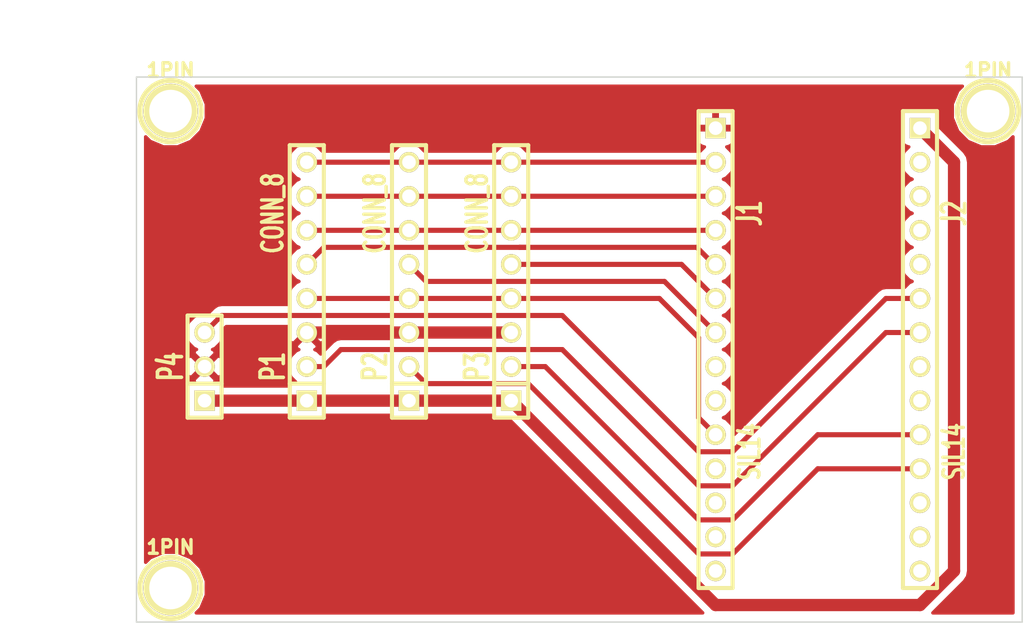
<source format=kicad_pcb>
(kicad_pcb (version 3) (host pcbnew "(2013-07-07 BZR 4022)-stable")

  (general
    (links 27)
    (no_connects 0)
    (area 8.204287 14.930001 84.061301 62.1538)
    (thickness 1.6)
    (drawings 6)
    (tracks 72)
    (zones 0)
    (modules 9)
    (nets 14)
  )

  (page A4)
  (layers
    (15 Rame.Fronte signal)
    (0 Rame.Retro signal)
    (16 Adesivo.Retro user)
    (17 Adesivo.Fronte user)
    (18 Pasta.Retro user)
    (19 Pasta.Fronte user)
    (20 Serigrafia.Retro user)
    (21 Serigrafia.Fronte user)
    (22 Maschera.Retro user)
    (23 Maschera.Fronte user)
    (24 Grafica user)
    (25 Commenti user)
    (26 Eco1 user)
    (27 Eco2 user)
    (28 Contorno.scheda user)
  )

  (setup
    (last_trace_width 0.381)
    (trace_clearance 0.3048)
    (zone_clearance 0.508)
    (zone_45_only no)
    (trace_min 0.254)
    (segment_width 0.2)
    (edge_width 0.1)
    (via_size 0.889)
    (via_drill 0.635)
    (via_min_size 0.889)
    (via_min_drill 0.508)
    (uvia_size 0.508)
    (uvia_drill 0.127)
    (uvias_allowed no)
    (uvia_min_size 0.508)
    (uvia_min_drill 0.127)
    (pcb_text_width 0.3)
    (pcb_text_size 1.5 1.5)
    (mod_edge_width 0.15)
    (mod_text_size 1 1)
    (mod_text_width 0.15)
    (pad_size 1.524 1.524)
    (pad_drill 1.016)
    (pad_to_mask_clearance 0)
    (aux_axis_origin 0 0)
    (visible_elements 7FFFFFFF)
    (pcbplotparams
      (layerselection 268468224)
      (usegerberextensions false)
      (excludeedgelayer true)
      (linewidth 0.150000)
      (plotframeref false)
      (viasonmask false)
      (mode 1)
      (useauxorigin false)
      (hpglpennumber 1)
      (hpglpenspeed 20)
      (hpglpendiameter 15)
      (hpglpenoverlay 2)
      (psnegative false)
      (psa4output false)
      (plotreference false)
      (plotvalue false)
      (plotothertext false)
      (plotinvisibletext false)
      (padsonsilk false)
      (subtractmaskfromsilk false)
      (outputformat 5)
      (mirror false)
      (drillshape 1)
      (scaleselection 1)
      (outputdirectory ""))
  )

  (net 0 "")
  (net 1 +5V)
  (net 2 A)
  (net 3 B)
  (net 4 C)
  (net 5 D)
  (net 6 GND)
  (net 7 INH1)
  (net 8 INH2)
  (net 9 INH3)
  (net 10 OUT1)
  (net 11 OUT2)
  (net 12 OUT3)
  (net 13 OUT4)

  (net_class Default "Questo è il gruppo di collegamenti predefinito"
    (clearance 0.3048)
    (trace_width 0.381)
    (via_dia 0.889)
    (via_drill 0.635)
    (uvia_dia 0.508)
    (uvia_drill 0.127)
    (add_net "")
    (add_net A)
    (add_net B)
    (add_net C)
    (add_net D)
    (add_net INH1)
    (add_net INH2)
    (add_net INH3)
    (add_net OUT1)
    (add_net OUT2)
    (add_net OUT3)
    (add_net OUT4)
  )

  (net_class Power ""
    (clearance 0.3048)
    (trace_width 0.9144)
    (via_dia 0.889)
    (via_drill 0.635)
    (uvia_dia 0.508)
    (uvia_drill 0.127)
    (add_net +5V)
    (add_net GND)
  )

  (module SIL-8 (layer Rame.Fronte) (tedit 542A8E06) (tstamp 54234C8B)
    (at 30.48 35.56 90)
    (descr "Connecteur 8 pins")
    (tags "CONN DEV")
    (path /5421C175)
    (fp_text reference P1 (at -6.35 -2.54 90) (layer Serigrafia.Fronte)
      (effects (font (size 1.72974 1.08712) (thickness 0.3048)))
    )
    (fp_text value CONN_8 (at 5.08 -2.54 90) (layer Serigrafia.Fronte)
      (effects (font (size 1.524 1.016) (thickness 0.3048)))
    )
    (fp_line (start -10.16 -1.27) (end 10.16 -1.27) (layer Serigrafia.Fronte) (width 0.3048))
    (fp_line (start 10.16 -1.27) (end 10.16 1.27) (layer Serigrafia.Fronte) (width 0.3048))
    (fp_line (start 10.16 1.27) (end -10.16 1.27) (layer Serigrafia.Fronte) (width 0.3048))
    (fp_line (start -10.16 1.27) (end -10.16 -1.27) (layer Serigrafia.Fronte) (width 0.3048))
    (fp_line (start -7.62 1.27) (end -7.62 -1.27) (layer Serigrafia.Fronte) (width 0.3048))
    (pad 1 thru_hole rect (at -8.89 0 90) (size 1.524 1.524) (drill 1.016)
      (layers *.Cu *.Mask Serigrafia.Fronte)
      (net 1 +5V)
    )
    (pad 2 thru_hole circle (at -6.35 0 90) (size 1.524 1.524) (drill 1.016)
      (layers *.Cu *.Mask Serigrafia.Fronte)
      (net 10 OUT1)
    )
    (pad 3 thru_hole circle (at -3.81 0 90) (size 1.524 1.524) (drill 1.016)
      (layers *.Cu *.Mask Serigrafia.Fronte)
      (net 6 GND)
    )
    (pad 4 thru_hole circle (at -1.27 0 90) (size 1.524 1.524) (drill 1.016)
      (layers *.Cu *.Mask Serigrafia.Fronte)
      (net 2 A)
    )
    (pad 5 thru_hole circle (at 1.27 0 90) (size 1.524 1.524) (drill 1.016)
      (layers *.Cu *.Mask Serigrafia.Fronte)
      (net 7 INH1)
    )
    (pad 6 thru_hole circle (at 3.81 0 90) (size 1.524 1.524) (drill 1.016)
      (layers *.Cu *.Mask Serigrafia.Fronte)
      (net 3 B)
    )
    (pad 7 thru_hole circle (at 6.35 0 90) (size 1.524 1.524) (drill 1.016)
      (layers *.Cu *.Mask Serigrafia.Fronte)
      (net 4 C)
    )
    (pad 8 thru_hole circle (at 8.89 0 90) (size 1.524 1.524) (drill 1.016)
      (layers *.Cu *.Mask Serigrafia.Fronte)
      (net 5 D)
    )
  )

  (module SIL-8 (layer Rame.Fronte) (tedit 542A8E43) (tstamp 54230304)
    (at 38.1 35.56 90)
    (descr "Connecteur 8 pins")
    (tags "CONN DEV")
    (path /5421C184)
    (fp_text reference P2 (at -6.35 -2.54 90) (layer Serigrafia.Fronte)
      (effects (font (size 1.72974 1.08712) (thickness 0.3048)))
    )
    (fp_text value CONN_8 (at 5.08 -2.54 90) (layer Serigrafia.Fronte)
      (effects (font (size 1.524 1.016) (thickness 0.3048)))
    )
    (fp_line (start -10.16 -1.27) (end 10.16 -1.27) (layer Serigrafia.Fronte) (width 0.3048))
    (fp_line (start 10.16 -1.27) (end 10.16 1.27) (layer Serigrafia.Fronte) (width 0.3048))
    (fp_line (start 10.16 1.27) (end -10.16 1.27) (layer Serigrafia.Fronte) (width 0.3048))
    (fp_line (start -10.16 1.27) (end -10.16 -1.27) (layer Serigrafia.Fronte) (width 0.3048))
    (fp_line (start -7.62 1.27) (end -7.62 -1.27) (layer Serigrafia.Fronte) (width 0.3048))
    (pad 1 thru_hole rect (at -8.89 0 90) (size 1.524 1.524) (drill 1.016)
      (layers *.Cu *.Mask Serigrafia.Fronte)
      (net 1 +5V)
    )
    (pad 2 thru_hole circle (at -6.35 0 90) (size 1.524 1.524) (drill 1.016)
      (layers *.Cu *.Mask Serigrafia.Fronte)
      (net 11 OUT2)
    )
    (pad 3 thru_hole circle (at -3.81 0 90) (size 1.524 1.524) (drill 1.016)
      (layers *.Cu *.Mask Serigrafia.Fronte)
      (net 6 GND)
    )
    (pad 4 thru_hole circle (at -1.27 0 90) (size 1.524 1.524) (drill 1.016)
      (layers *.Cu *.Mask Serigrafia.Fronte)
      (net 2 A)
    )
    (pad 5 thru_hole circle (at 1.27 0 90) (size 1.524 1.524) (drill 1.016)
      (layers *.Cu *.Mask Serigrafia.Fronte)
      (net 8 INH2)
    )
    (pad 6 thru_hole circle (at 3.81 0 90) (size 1.524 1.524) (drill 1.016)
      (layers *.Cu *.Mask Serigrafia.Fronte)
      (net 3 B)
    )
    (pad 7 thru_hole circle (at 6.35 0 90) (size 1.524 1.524) (drill 1.016)
      (layers *.Cu *.Mask Serigrafia.Fronte)
      (net 4 C)
    )
    (pad 8 thru_hole circle (at 8.89 0 90) (size 1.524 1.524) (drill 1.016)
      (layers *.Cu *.Mask Serigrafia.Fronte)
      (net 5 D)
    )
  )

  (module SIL-8 (layer Rame.Fronte) (tedit 542A8E8A) (tstamp 54230315)
    (at 45.72 35.56 90)
    (descr "Connecteur 8 pins")
    (tags "CONN DEV")
    (path /5421C193)
    (fp_text reference P3 (at -6.35 -2.54 90) (layer Serigrafia.Fronte)
      (effects (font (size 1.72974 1.08712) (thickness 0.3048)))
    )
    (fp_text value CONN_8 (at 5.08 -2.54 90) (layer Serigrafia.Fronte)
      (effects (font (size 1.524 1.016) (thickness 0.3048)))
    )
    (fp_line (start -10.16 -1.27) (end 10.16 -1.27) (layer Serigrafia.Fronte) (width 0.3048))
    (fp_line (start 10.16 -1.27) (end 10.16 1.27) (layer Serigrafia.Fronte) (width 0.3048))
    (fp_line (start 10.16 1.27) (end -10.16 1.27) (layer Serigrafia.Fronte) (width 0.3048))
    (fp_line (start -10.16 1.27) (end -10.16 -1.27) (layer Serigrafia.Fronte) (width 0.3048))
    (fp_line (start -7.62 1.27) (end -7.62 -1.27) (layer Serigrafia.Fronte) (width 0.3048))
    (pad 1 thru_hole rect (at -8.89 0 90) (size 1.524 1.524) (drill 1.016)
      (layers *.Cu *.Mask Serigrafia.Fronte)
      (net 1 +5V)
    )
    (pad 2 thru_hole circle (at -6.35 0 90) (size 1.524 1.524) (drill 1.016)
      (layers *.Cu *.Mask Serigrafia.Fronte)
      (net 12 OUT3)
    )
    (pad 3 thru_hole circle (at -3.81 0 90) (size 1.524 1.524) (drill 1.016)
      (layers *.Cu *.Mask Serigrafia.Fronte)
      (net 6 GND)
    )
    (pad 4 thru_hole circle (at -1.27 0 90) (size 1.524 1.524) (drill 1.016)
      (layers *.Cu *.Mask Serigrafia.Fronte)
      (net 2 A)
    )
    (pad 5 thru_hole circle (at 1.27 0 90) (size 1.524 1.524) (drill 1.016)
      (layers *.Cu *.Mask Serigrafia.Fronte)
      (net 9 INH3)
    )
    (pad 6 thru_hole circle (at 3.81 0 90) (size 1.524 1.524) (drill 1.016)
      (layers *.Cu *.Mask Serigrafia.Fronte)
      (net 3 B)
    )
    (pad 7 thru_hole circle (at 6.35 0 90) (size 1.524 1.524) (drill 1.016)
      (layers *.Cu *.Mask Serigrafia.Fronte)
      (net 4 C)
    )
    (pad 8 thru_hole circle (at 8.89 0 90) (size 1.524 1.524) (drill 1.016)
      (layers *.Cu *.Mask Serigrafia.Fronte)
      (net 5 D)
    )
  )

  (module SIL-3 (layer Rame.Fronte) (tedit 542A8DA9) (tstamp 54233A4D)
    (at 22.86 41.91 90)
    (descr "Connecteur 3 pins")
    (tags "CONN DEV")
    (path /5410D255)
    (fp_text reference P4 (at 0 -2.54 90) (layer Serigrafia.Fronte)
      (effects (font (size 1.7907 1.07696) (thickness 0.3048)))
    )
    (fp_text value CONN_3 (at 0 -2.54 90) (layer Serigrafia.Fronte) hide
      (effects (font (size 1.524 1.016) (thickness 0.3048)))
    )
    (fp_line (start -3.81 1.27) (end -3.81 -1.27) (layer Serigrafia.Fronte) (width 0.3048))
    (fp_line (start -3.81 -1.27) (end 3.81 -1.27) (layer Serigrafia.Fronte) (width 0.3048))
    (fp_line (start 3.81 -1.27) (end 3.81 1.27) (layer Serigrafia.Fronte) (width 0.3048))
    (fp_line (start 3.81 1.27) (end -3.81 1.27) (layer Serigrafia.Fronte) (width 0.3048))
    (fp_line (start -1.27 -1.27) (end -1.27 1.27) (layer Serigrafia.Fronte) (width 0.3048))
    (pad 1 thru_hole rect (at -2.54 0 90) (size 1.524 1.524) (drill 1.016)
      (layers *.Cu *.Mask Serigrafia.Fronte)
      (net 1 +5V)
    )
    (pad 2 thru_hole circle (at 0 0 90) (size 1.524 1.524) (drill 1.016)
      (layers *.Cu *.Mask Serigrafia.Fronte)
      (net 6 GND)
    )
    (pad 3 thru_hole circle (at 2.54 0 90) (size 1.524 1.524) (drill 1.016)
      (layers *.Cu *.Mask Serigrafia.Fronte)
      (net 13 OUT4)
    )
  )

  (module SIL-14 (layer Rame.Fronte) (tedit 542A93B8) (tstamp 542A96B3)
    (at 60.96 40.64 270)
    (descr "Connecteur 14 pins")
    (tags "CONN DEV")
    (path /5410DDFF)
    (fp_text reference J1 (at -10.16 -2.54 270) (layer Serigrafia.Fronte)
      (effects (font (size 1.72974 1.08712) (thickness 0.3048)))
    )
    (fp_text value SIL14 (at 7.62 -2.54 270) (layer Serigrafia.Fronte)
      (effects (font (size 1.524 1.016) (thickness 0.3048)))
    )
    (fp_line (start -17.78 -1.27) (end 17.78 -1.27) (layer Serigrafia.Fronte) (width 0.3048))
    (fp_line (start 17.78 -1.27) (end 17.78 1.27) (layer Serigrafia.Fronte) (width 0.3048))
    (fp_line (start 17.78 1.27) (end -17.78 1.27) (layer Serigrafia.Fronte) (width 0.3048))
    (fp_line (start -17.78 1.27) (end -17.78 -1.27) (layer Serigrafia.Fronte) (width 0.3048))
    (pad 1 thru_hole rect (at -16.51 0 270) (size 1.524 1.524) (drill 1.016)
      (layers *.Cu *.Mask Serigrafia.Fronte)
      (net 6 GND)
    )
    (pad 2 thru_hole circle (at -13.97 0 270) (size 1.524 1.524) (drill 1.016)
      (layers *.Cu *.Mask Serigrafia.Fronte)
      (net 5 D)
    )
    (pad 3 thru_hole circle (at -11.43 0 270) (size 1.524 1.524) (drill 1.016)
      (layers *.Cu *.Mask Serigrafia.Fronte)
      (net 4 C)
    )
    (pad 4 thru_hole circle (at -8.89 0 270) (size 1.524 1.524) (drill 1.016)
      (layers *.Cu *.Mask Serigrafia.Fronte)
      (net 3 B)
    )
    (pad 5 thru_hole circle (at -6.35 0 270) (size 1.524 1.524) (drill 1.016)
      (layers *.Cu *.Mask Serigrafia.Fronte)
      (net 7 INH1)
    )
    (pad 6 thru_hole circle (at -3.81 0 270) (size 1.524 1.524) (drill 1.016)
      (layers *.Cu *.Mask Serigrafia.Fronte)
      (net 9 INH3)
    )
    (pad 7 thru_hole circle (at -1.27 0 270) (size 1.524 1.524) (drill 1.016)
      (layers *.Cu *.Mask Serigrafia.Fronte)
      (net 8 INH2)
    )
    (pad 8 thru_hole circle (at 1.27 0 270) (size 1.524 1.524) (drill 1.016)
      (layers *.Cu *.Mask Serigrafia.Fronte)
    )
    (pad 9 thru_hole circle (at 3.81 0 270) (size 1.524 1.524) (drill 1.016)
      (layers *.Cu *.Mask Serigrafia.Fronte)
    )
    (pad 10 thru_hole circle (at 6.35 0 270) (size 1.524 1.524) (drill 1.016)
      (layers *.Cu *.Mask Serigrafia.Fronte)
      (net 2 A)
    )
    (pad 11 thru_hole circle (at 8.89 0 270) (size 1.524 1.524) (drill 1.016)
      (layers *.Cu *.Mask Serigrafia.Fronte)
    )
    (pad 12 thru_hole circle (at 11.43 0 270) (size 1.524 1.524) (drill 1.016)
      (layers *.Cu *.Mask Serigrafia.Fronte)
    )
    (pad 13 thru_hole circle (at 13.97 0 270) (size 1.524 1.524) (drill 1.016)
      (layers *.Cu *.Mask Serigrafia.Fronte)
    )
    (pad 14 thru_hole circle (at 16.51 0 270) (size 1.524 1.524) (drill 1.016)
      (layers *.Cu *.Mask Serigrafia.Fronte)
    )
  )

  (module SIL-14 (layer Rame.Fronte) (tedit 542A93BD) (tstamp 542A96CA)
    (at 76.2 40.64 270)
    (descr "Connecteur 14 pins")
    (tags "CONN DEV")
    (path /5410DE0E)
    (fp_text reference J2 (at -10.16 -2.54 270) (layer Serigrafia.Fronte)
      (effects (font (size 1.72974 1.08712) (thickness 0.3048)))
    )
    (fp_text value SIL14 (at 7.62 -2.54 270) (layer Serigrafia.Fronte)
      (effects (font (size 1.524 1.016) (thickness 0.3048)))
    )
    (fp_line (start -17.78 -1.27) (end 17.78 -1.27) (layer Serigrafia.Fronte) (width 0.3048))
    (fp_line (start 17.78 -1.27) (end 17.78 1.27) (layer Serigrafia.Fronte) (width 0.3048))
    (fp_line (start 17.78 1.27) (end -17.78 1.27) (layer Serigrafia.Fronte) (width 0.3048))
    (fp_line (start -17.78 1.27) (end -17.78 -1.27) (layer Serigrafia.Fronte) (width 0.3048))
    (pad 1 thru_hole rect (at -16.51 0 270) (size 1.524 1.524) (drill 1.016)
      (layers *.Cu *.Mask Serigrafia.Fronte)
      (net 1 +5V)
    )
    (pad 2 thru_hole circle (at -13.97 0 270) (size 1.524 1.524) (drill 1.016)
      (layers *.Cu *.Mask Serigrafia.Fronte)
    )
    (pad 3 thru_hole circle (at -11.43 0 270) (size 1.524 1.524) (drill 1.016)
      (layers *.Cu *.Mask Serigrafia.Fronte)
    )
    (pad 4 thru_hole circle (at -8.89 0 270) (size 1.524 1.524) (drill 1.016)
      (layers *.Cu *.Mask Serigrafia.Fronte)
    )
    (pad 5 thru_hole circle (at -6.35 0 270) (size 1.524 1.524) (drill 1.016)
      (layers *.Cu *.Mask Serigrafia.Fronte)
    )
    (pad 6 thru_hole circle (at -3.81 0 270) (size 1.524 1.524) (drill 1.016)
      (layers *.Cu *.Mask Serigrafia.Fronte)
      (net 13 OUT4)
    )
    (pad 7 thru_hole circle (at -1.27 0 270) (size 1.524 1.524) (drill 1.016)
      (layers *.Cu *.Mask Serigrafia.Fronte)
      (net 10 OUT1)
    )
    (pad 8 thru_hole circle (at 1.27 0 270) (size 1.524 1.524) (drill 1.016)
      (layers *.Cu *.Mask Serigrafia.Fronte)
    )
    (pad 9 thru_hole circle (at 3.81 0 270) (size 1.524 1.524) (drill 1.016)
      (layers *.Cu *.Mask Serigrafia.Fronte)
    )
    (pad 10 thru_hole circle (at 6.35 0 270) (size 1.524 1.524) (drill 1.016)
      (layers *.Cu *.Mask Serigrafia.Fronte)
      (net 12 OUT3)
    )
    (pad 11 thru_hole circle (at 8.89 0 270) (size 1.524 1.524) (drill 1.016)
      (layers *.Cu *.Mask Serigrafia.Fronte)
      (net 11 OUT2)
    )
    (pad 12 thru_hole circle (at 11.43 0 270) (size 1.524 1.524) (drill 1.016)
      (layers *.Cu *.Mask Serigrafia.Fronte)
    )
    (pad 13 thru_hole circle (at 13.97 0 270) (size 1.524 1.524) (drill 1.016)
      (layers *.Cu *.Mask Serigrafia.Fronte)
    )
    (pad 14 thru_hole circle (at 16.51 0 270) (size 1.524 1.524) (drill 1.016)
      (layers *.Cu *.Mask Serigrafia.Fronte)
    )
  )

  (module 1pin (layer Rame.Fronte) (tedit 542A8A51) (tstamp 54235366)
    (at 20.32 22.86)
    (descr "module 1 pin (ou trou mecanique de percage)")
    (tags DEV)
    (path 1pin)
    (fp_text reference 1PIN (at 0 -3.048) (layer Serigrafia.Fronte)
      (effects (font (size 1.016 1.016) (thickness 0.254)))
    )
    (fp_text value P*** (at 0 2.794) (layer Serigrafia.Fronte) hide
      (effects (font (size 1.016 1.016) (thickness 0.254)))
    )
    (fp_circle (center 0 0) (end 0 -2.286) (layer Serigrafia.Fronte) (width 0.381))
    (pad 1 thru_hole circle (at 0 0) (size 4.064 4.064) (drill 3.175)
      (layers *.Cu *.Mask Serigrafia.Fronte)
    )
  )

  (module 1pin (layer Rame.Fronte) (tedit 542353C1) (tstamp 54235371)
    (at 20.32 58.42)
    (descr "module 1 pin (ou trou mecanique de percage)")
    (tags DEV)
    (path 1pin)
    (fp_text reference 1PIN (at 0 -3.048) (layer Serigrafia.Fronte)
      (effects (font (size 1.016 1.016) (thickness 0.254)))
    )
    (fp_text value P*** (at 0 2.794) (layer Serigrafia.Fronte) hide
      (effects (font (size 1.016 1.016) (thickness 0.254)))
    )
    (fp_circle (center 0 0) (end 0 -2.286) (layer Serigrafia.Fronte) (width 0.381))
    (pad 1 thru_hole circle (at 0 0) (size 4.064 4.064) (drill 3.175)
      (layers *.Cu *.Mask Serigrafia.Fronte)
    )
  )

  (module 1pin (layer Rame.Fronte) (tedit 542353C6) (tstamp 5423537C)
    (at 81.28 22.86)
    (descr "module 1 pin (ou trou mecanique de percage)")
    (tags DEV)
    (path 1pin)
    (fp_text reference 1PIN (at 0 -3.048) (layer Serigrafia.Fronte)
      (effects (font (size 1.016 1.016) (thickness 0.254)))
    )
    (fp_text value P*** (at 0 2.794) (layer Serigrafia.Fronte) hide
      (effects (font (size 1.016 1.016) (thickness 0.254)))
    )
    (fp_circle (center 0 0) (end 0 -2.286) (layer Serigrafia.Fronte) (width 0.381))
    (pad 1 thru_hole circle (at 0 0) (size 4.064 4.064) (drill 3.175)
      (layers *.Cu *.Mask Serigrafia.Fronte)
    )
  )

  (dimension 40.64 (width 0.3) (layer Grafica)
    (gr_text "1,6000 in" (at 13.89 40.64 90) (layer Grafica)
      (effects (font (size 1.5 1.5) (thickness 0.3)))
    )
    (feature1 (pts (xy 17.78 20.32) (xy 12.54 20.32)))
    (feature2 (pts (xy 17.78 60.96) (xy 12.54 60.96)))
    (crossbar (pts (xy 15.24 60.96) (xy 15.24 20.32)))
    (arrow1a (pts (xy 15.24 20.32) (xy 15.82642 21.446503)))
    (arrow1b (pts (xy 15.24 20.32) (xy 14.65358 21.446503)))
    (arrow2a (pts (xy 15.24 60.96) (xy 15.82642 59.833497)))
    (arrow2b (pts (xy 15.24 60.96) (xy 14.65358 59.833497)))
  )
  (dimension 66.04 (width 0.3) (layer Grafica)
    (gr_text "2,6000 in" (at 50.8 16.430001) (layer Grafica)
      (effects (font (size 1.5 1.5) (thickness 0.3)))
    )
    (feature1 (pts (xy 83.82 20.32) (xy 83.82 15.080001)))
    (feature2 (pts (xy 17.78 20.32) (xy 17.78 15.080001)))
    (crossbar (pts (xy 17.78 17.780001) (xy 83.82 17.780001)))
    (arrow1a (pts (xy 83.82 17.780001) (xy 82.693497 18.366421)))
    (arrow1b (pts (xy 83.82 17.780001) (xy 82.693497 17.193581)))
    (arrow2a (pts (xy 17.78 17.780001) (xy 18.906503 18.366421)))
    (arrow2b (pts (xy 17.78 17.780001) (xy 18.906503 17.193581)))
  )
  (gr_line (start 17.78 60.96) (end 17.78 20.32) (angle 90) (layer Contorno.scheda) (width 0.1))
  (gr_line (start 83.82 60.96) (end 17.78 60.96) (angle 90) (layer Contorno.scheda) (width 0.1))
  (gr_line (start 83.82 20.32) (end 83.82 60.96) (angle 90) (layer Contorno.scheda) (width 0.1))
  (gr_line (start 17.78 20.32) (end 83.82 20.32) (angle 90) (layer Contorno.scheda) (width 0.1))

  (segment (start 78.74 57.15) (end 78.74 26.67) (width 0.9144) (layer Rame.Fronte) (net 1) (tstamp 542352D9))
  (segment (start 76.2 59.69) (end 78.74 57.15) (width 0.9144) (layer Rame.Fronte) (net 1) (tstamp 542352D3))
  (segment (start 78.74 26.67) (end 76.2 24.13) (width 0.9144) (layer Rame.Fronte) (net 1) (tstamp 542352DC))
  (segment (start 45.72 44.45) (end 60.96 59.69) (width 0.9144) (layer Rame.Fronte) (net 1))
  (segment (start 60.96 59.69) (end 76.2 59.69) (width 0.9144) (layer Rame.Fronte) (net 1) (tstamp 542352CD))
  (segment (start 22.86 44.45) (end 30.48 44.45) (width 0.9144) (layer Rame.Fronte) (net 1) (status 10))
  (segment (start 38.1 44.45) (end 45.72 44.45) (width 0.9144) (layer Rame.Fronte) (net 1))
  (segment (start 30.48 44.45) (end 38.1 44.45) (width 0.9144) (layer Rame.Fronte) (net 1))
  (segment (start 45.72 36.83) (end 56.769 36.83) (width 0.381) (layer Rame.Fronte) (net 2))
  (segment (start 59.69 45.72) (end 59.69 39.751) (width 0.381) (layer Rame.Fronte) (net 2) (tstamp 54234530))
  (segment (start 59.69 39.751) (end 56.769 36.83) (width 0.381) (layer Rame.Fronte) (net 2) (tstamp 54234536))
  (segment (start 59.69 45.72) (end 60.96 46.99) (width 0.381) (layer Rame.Fronte) (net 2))
  (segment (start 38.1 36.83) (end 30.48 36.83) (width 0.381) (layer Rame.Fronte) (net 2) (status 20))
  (segment (start 45.72 36.83) (end 38.1 36.83) (width 0.381) (layer Rame.Fronte) (net 2) (status 20))
  (segment (start 45.72 31.75) (end 60.96 31.75) (width 0.381) (layer Rame.Fronte) (net 3))
  (segment (start 38.1 31.75) (end 30.48 31.75) (width 0.381) (layer Rame.Fronte) (net 3) (status 20))
  (segment (start 45.72 31.75) (end 38.1 31.75) (width 0.381) (layer Rame.Fronte) (net 3) (status 20))
  (segment (start 45.72 29.21) (end 60.96 29.21) (width 0.381) (layer Rame.Fronte) (net 4))
  (segment (start 38.1 29.21) (end 30.48 29.21) (width 0.381) (layer Rame.Fronte) (net 4) (status 20))
  (segment (start 45.72 29.21) (end 38.1 29.21) (width 0.381) (layer Rame.Fronte) (net 4) (status 20))
  (segment (start 45.72 26.67) (end 60.96 26.67) (width 0.381) (layer Rame.Fronte) (net 5))
  (segment (start 38.1 26.67) (end 30.48 26.67) (width 0.381) (layer Rame.Fronte) (net 5) (status 20))
  (segment (start 45.72 26.67) (end 38.1 26.67) (width 0.381) (layer Rame.Fronte) (net 5) (status 20))
  (segment (start 38.1 39.37) (end 30.48 39.37) (width 0.9144) (layer Rame.Fronte) (net 6))
  (segment (start 45.72 39.37) (end 38.1 39.37) (width 0.9144) (layer Rame.Fronte) (net 6))
  (segment (start 46.99 33.02) (end 59.563 33.02) (width 0.381) (layer Rame.Fronte) (net 7))
  (segment (start 60.833 34.29) (end 59.563 33.02) (width 0.381) (layer Rame.Fronte) (net 7) (tstamp 542344DC))
  (segment (start 60.833 34.29) (end 60.96 34.29) (width 0.381) (layer Rame.Fronte) (net 7))
  (segment (start 46.99 33.02) (end 46.355 33.02) (width 0.381) (layer Rame.Fronte) (net 7) (tstamp 542344E2))
  (segment (start 46.99 33.02) (end 46.355 33.02) (width 0.381) (layer Rame.Fronte) (net 7) (tstamp 54234487))
  (segment (start 31.75 33.02) (end 30.48 34.29) (width 0.381) (layer Rame.Fronte) (net 7) (tstamp 5423448D) (status 20))
  (segment (start 46.355 33.02) (end 31.75 33.02) (width 0.381) (layer Rame.Fronte) (net 7) (tstamp 542344E5))
  (segment (start 57.15 35.56) (end 39.37 35.56) (width 0.381) (layer Rame.Fronte) (net 8))
  (segment (start 59.69 38.1) (end 57.15 35.56) (width 0.381) (layer Rame.Fronte) (net 8) (tstamp 542344F9))
  (segment (start 38.1 34.29) (end 39.37 35.56) (width 0.381) (layer Rame.Fronte) (net 8) (tstamp 54234516) (status 20))
  (segment (start 59.69 38.1) (end 60.96 39.37) (width 0.381) (layer Rame.Fronte) (net 8))
  (segment (start 45.72 34.29) (end 58.42 34.29) (width 0.381) (layer Rame.Fronte) (net 9))
  (segment (start 59.69 35.56) (end 58.42 34.29) (width 0.381) (layer Rame.Fronte) (net 9) (tstamp 542344E8))
  (segment (start 59.69 35.56) (end 60.96 36.83) (width 0.381) (layer Rame.Fronte) (net 9))
  (segment (start 50.8 41.91) (end 49.53 40.64) (width 0.381) (layer Rame.Fronte) (net 10))
  (segment (start 59.69 50.8) (end 50.8 41.91) (width 0.381) (layer Rame.Fronte) (net 10) (tstamp 54234777))
  (segment (start 31.75 41.91) (end 30.48 41.91) (width 0.381) (layer Rame.Fronte) (net 10) (tstamp 542351C2))
  (segment (start 33.02 40.64) (end 31.75 41.91) (width 0.381) (layer Rame.Fronte) (net 10) (tstamp 542351C0))
  (segment (start 49.53 40.64) (end 33.02 40.64) (width 0.381) (layer Rame.Fronte) (net 10) (tstamp 542351BF))
  (segment (start 76.2 39.37) (end 73.66 39.37) (width 0.381) (layer Rame.Fronte) (net 10))
  (segment (start 66.04 46.99) (end 62.23 50.8) (width 0.381) (layer Rame.Fronte) (net 10) (tstamp 5423463D))
  (segment (start 62.23 50.8) (end 59.69 50.8) (width 0.381) (layer Rame.Fronte) (net 10) (tstamp 54234641))
  (segment (start 73.66 39.37) (end 66.04 46.99) (width 0.381) (layer Rame.Fronte) (net 10) (tstamp 54234DA9))
  (segment (start 59.69 50.8) (end 59.69 50.8) (width 0.381) (layer Rame.Fronte) (net 10))
  (segment (start 54.61 50.8) (end 46.99 43.18) (width 0.381) (layer Rame.Fronte) (net 11))
  (segment (start 68.58 49.53) (end 62.23 55.88) (width 0.381) (layer Rame.Fronte) (net 11) (tstamp 54234DDF))
  (segment (start 62.23 55.88) (end 59.69 55.88) (width 0.381) (layer Rame.Fronte) (net 11) (tstamp 54234DE5))
  (segment (start 59.69 55.88) (end 54.61 50.8) (width 0.381) (layer Rame.Fronte) (net 11) (tstamp 54234DE7))
  (segment (start 76.2 49.53) (end 68.58 49.53) (width 0.381) (layer Rame.Fronte) (net 11))
  (segment (start 39.37 43.18) (end 38.1 41.91) (width 0.381) (layer Rame.Fronte) (net 11) (tstamp 542351CB))
  (segment (start 46.99 43.18) (end 39.37 43.18) (width 0.381) (layer Rame.Fronte) (net 11) (tstamp 542351C9))
  (segment (start 49.53 43.18) (end 48.26 41.91) (width 0.381) (layer Rame.Fronte) (net 12))
  (segment (start 59.69 53.34) (end 49.53 43.18) (width 0.381) (layer Rame.Fronte) (net 12) (tstamp 54234CF0))
  (segment (start 48.26 41.91) (end 45.72 41.91) (width 0.381) (layer Rame.Fronte) (net 12) (tstamp 542351C5))
  (segment (start 76.2 46.99) (end 68.58 46.99) (width 0.381) (layer Rame.Fronte) (net 12))
  (segment (start 66.04 49.53) (end 62.23 53.34) (width 0.381) (layer Rame.Fronte) (net 12) (tstamp 5423464F))
  (segment (start 62.23 53.34) (end 59.69 53.34) (width 0.381) (layer Rame.Fronte) (net 12) (tstamp 54234653))
  (segment (start 68.58 46.99) (end 66.04 49.53) (width 0.381) (layer Rame.Fronte) (net 12) (tstamp 54234DAD))
  (segment (start 59.69 53.34) (end 59.69 53.34) (width 0.381) (layer Rame.Fronte) (net 12))
  (segment (start 59.69 48.26) (end 49.53 38.1) (width 0.381) (layer Rame.Fronte) (net 13))
  (segment (start 24.13 38.1) (end 22.86 39.37) (width 0.381) (layer Rame.Fronte) (net 13) (tstamp 54235279) (status 20))
  (segment (start 49.53 38.1) (end 24.13 38.1) (width 0.381) (layer Rame.Fronte) (net 13) (tstamp 54235276))
  (segment (start 76.2 36.83) (end 73.66 36.83) (width 0.381) (layer Rame.Fronte) (net 13))
  (segment (start 71.12 39.37) (end 62.23 48.26) (width 0.381) (layer Rame.Fronte) (net 13) (tstamp 5423459C))
  (segment (start 62.23 48.26) (end 59.69 48.26) (width 0.381) (layer Rame.Fronte) (net 13) (tstamp 542345A2))
  (segment (start 73.66 36.83) (end 71.12 39.37) (width 0.381) (layer Rame.Fronte) (net 13) (tstamp 54234DA5))
  (segment (start 59.69 48.26) (end 59.69 48.26) (width 0.381) (layer Rame.Fronte) (net 13))

  (zone (net 6) (net_name GND) (layer Rame.Fronte) (tstamp 54234EFF) (hatch edge 0.508)
    (connect_pads (clearance 0.508))
    (min_thickness 0.254)
    (fill (arc_segments 16) (thermal_gap 0.508) (thermal_bridge_width 0.508))
    (polygon
      (pts
        (xy 27.94 20.32) (xy 83.82 20.32) (xy 83.82 60.96) (xy 17.78 60.96) (xy 17.78 20.32)
        (xy 27.94 20.32)
      )
    )
    (filled_polygon
      (pts
        (xy 38.293747 39.384142) (xy 38.114142 39.563747) (xy 38.1 39.549605) (xy 38.085857 39.563747) (xy 37.906252 39.384142)
        (xy 37.920395 39.37) (xy 37.906252 39.355857) (xy 38.085857 39.176252) (xy 38.1 39.190395) (xy 38.114142 39.176252)
        (xy 38.293747 39.355857) (xy 38.279605 39.37) (xy 38.293747 39.384142)
      )
    )
    (filled_polygon
      (pts
        (xy 45.913747 39.384142) (xy 45.734142 39.563747) (xy 45.72 39.549605) (xy 45.705857 39.563747) (xy 45.526252 39.384142)
        (xy 45.540395 39.37) (xy 45.526252 39.355857) (xy 45.705857 39.176252) (xy 45.72 39.190395) (xy 45.734142 39.176252)
        (xy 45.913747 39.355857) (xy 45.899605 39.37) (xy 45.913747 39.384142)
      )
    )
    (filled_polygon
      (pts
        (xy 83.135 60.275) (xy 77.159604 60.275) (xy 79.512302 57.922302) (xy 79.749061 57.567967) (xy 79.8322 57.15)
        (xy 79.8322 26.67) (xy 79.749061 26.252033) (xy 79.512302 25.897698) (xy 77.59711 23.982506) (xy 77.59711 23.242245)
        (xy 77.500641 23.008771) (xy 77.322168 22.829987) (xy 77.088864 22.733111) (xy 76.836245 22.73289) (xy 75.312245 22.73289)
        (xy 75.078771 22.829359) (xy 74.899987 23.007832) (xy 74.803111 23.241136) (xy 74.80289 23.493755) (xy 74.80289 25.017755)
        (xy 74.899359 25.251229) (xy 75.077832 25.430013) (xy 75.311136 25.526889) (xy 75.367676 25.526938) (xy 75.016372 25.87763)
        (xy 74.803244 26.390901) (xy 74.802759 26.946661) (xy 75.014991 27.460303) (xy 75.40763 27.853628) (xy 75.615514 27.939949)
        (xy 75.409697 28.024991) (xy 75.016372 28.41763) (xy 74.803244 28.930901) (xy 74.802759 29.486661) (xy 75.014991 30.000303)
        (xy 75.40763 30.393628) (xy 75.615514 30.479949) (xy 75.409697 30.564991) (xy 75.016372 30.95763) (xy 74.803244 31.470901)
        (xy 74.802759 32.026661) (xy 75.014991 32.540303) (xy 75.40763 32.933628) (xy 75.615514 33.019949) (xy 75.409697 33.104991)
        (xy 75.016372 33.49763) (xy 74.803244 34.010901) (xy 74.802759 34.566661) (xy 75.014991 35.080303) (xy 75.40763 35.473628)
        (xy 75.615514 35.559949) (xy 75.409697 35.644991) (xy 75.049559 36.0045) (xy 73.66 36.0045) (xy 73.344095 36.067337)
        (xy 73.076283 36.246283) (xy 73.07628 36.246286) (xy 70.536283 38.786283) (xy 70.53628 38.786286) (xy 62.35702 46.965545)
        (xy 62.357241 46.713339) (xy 62.145009 46.199697) (xy 61.75237 45.806372) (xy 61.544485 45.72005) (xy 61.750303 45.635009)
        (xy 62.143628 45.24237) (xy 62.356756 44.729099) (xy 62.357241 44.173339) (xy 62.145009 43.659697) (xy 61.75237 43.266372)
        (xy 61.544485 43.18005) (xy 61.750303 43.095009) (xy 62.143628 42.70237) (xy 62.356756 42.189099) (xy 62.357241 41.633339)
        (xy 62.145009 41.119697) (xy 61.75237 40.726372) (xy 61.544485 40.64005) (xy 61.750303 40.555009) (xy 62.143628 40.16237)
        (xy 62.356756 39.649099) (xy 62.357241 39.093339) (xy 62.145009 38.579697) (xy 61.75237 38.186372) (xy 61.544485 38.10005)
        (xy 61.750303 38.015009) (xy 62.143628 37.62237) (xy 62.356756 37.109099) (xy 62.357241 36.553339) (xy 62.145009 36.039697)
        (xy 61.75237 35.646372) (xy 61.544485 35.56005) (xy 61.750303 35.475009) (xy 62.143628 35.08237) (xy 62.356756 34.569099)
        (xy 62.357241 34.013339) (xy 62.145009 33.499697) (xy 61.75237 33.106372) (xy 61.544485 33.02005) (xy 61.750303 32.935009)
        (xy 62.143628 32.54237) (xy 62.356756 32.029099) (xy 62.357241 31.473339) (xy 62.145009 30.959697) (xy 61.75237 30.566372)
        (xy 61.544485 30.48005) (xy 61.750303 30.395009) (xy 62.143628 30.00237) (xy 62.356756 29.489099) (xy 62.357241 28.933339)
        (xy 62.145009 28.419697) (xy 61.75237 28.026372) (xy 61.544485 27.94005) (xy 61.750303 27.855009) (xy 62.143628 27.46237)
        (xy 62.356756 26.949099) (xy 62.357241 26.393339) (xy 62.145009 25.879697) (xy 61.792865 25.526937) (xy 61.848864 25.526889)
        (xy 62.082168 25.430013) (xy 62.260641 25.251229) (xy 62.35711 25.017755) (xy 62.35711 23.242245) (xy 62.260641 23.008771)
        (xy 62.082168 22.829987) (xy 61.848864 22.733111) (xy 61.596245 22.73289) (xy 61.24575 22.733) (xy 61.087 22.89175)
        (xy 61.087 24.003) (xy 62.19825 24.003) (xy 62.357 23.84425) (xy 62.35711 23.242245) (xy 62.35711 25.017755)
        (xy 62.357 24.41575) (xy 62.19825 24.257) (xy 61.087 24.257) (xy 61.087 24.277) (xy 60.833 24.277)
        (xy 60.833 24.257) (xy 60.833 24.003) (xy 60.833 22.89175) (xy 60.67425 22.733) (xy 60.323755 22.73289)
        (xy 60.071136 22.733111) (xy 59.837832 22.829987) (xy 59.659359 23.008771) (xy 59.56289 23.242245) (xy 59.563 23.84425)
        (xy 59.72175 24.003) (xy 60.833 24.003) (xy 60.833 24.257) (xy 59.72175 24.257) (xy 59.563 24.41575)
        (xy 59.56289 25.017755) (xy 59.659359 25.251229) (xy 59.837832 25.430013) (xy 60.071136 25.526889) (xy 60.127676 25.526938)
        (xy 59.809559 25.8445) (xy 46.869873 25.8445) (xy 46.51237 25.486372) (xy 45.999099 25.273244) (xy 45.443339 25.272759)
        (xy 44.929697 25.484991) (xy 44.569559 25.8445) (xy 39.249873 25.8445) (xy 38.89237 25.486372) (xy 38.379099 25.273244)
        (xy 37.823339 25.272759) (xy 37.309697 25.484991) (xy 36.949559 25.8445) (xy 31.629873 25.8445) (xy 31.27237 25.486372)
        (xy 30.759099 25.273244) (xy 30.203339 25.272759) (xy 29.689697 25.484991) (xy 29.296372 25.87763) (xy 29.083244 26.390901)
        (xy 29.082759 26.946661) (xy 29.294991 27.460303) (xy 29.68763 27.853628) (xy 29.895514 27.939949) (xy 29.689697 28.024991)
        (xy 29.296372 28.41763) (xy 29.083244 28.930901) (xy 29.082759 29.486661) (xy 29.294991 30.000303) (xy 29.68763 30.393628)
        (xy 29.895514 30.479949) (xy 29.689697 30.564991) (xy 29.296372 30.95763) (xy 29.083244 31.470901) (xy 29.082759 32.026661)
        (xy 29.294991 32.540303) (xy 29.68763 32.933628) (xy 29.895514 33.019949) (xy 29.689697 33.104991) (xy 29.296372 33.49763)
        (xy 29.083244 34.010901) (xy 29.082759 34.566661) (xy 29.294991 35.080303) (xy 29.68763 35.473628) (xy 29.895514 35.559949)
        (xy 29.689697 35.644991) (xy 29.296372 36.03763) (xy 29.083244 36.550901) (xy 29.082759 37.106661) (xy 29.152108 37.2745)
        (xy 24.13 37.2745) (xy 23.814094 37.337337) (xy 23.706824 37.409013) (xy 23.546283 37.516283) (xy 23.54628 37.516286)
        (xy 23.089366 37.9732) (xy 22.583339 37.972759) (xy 22.069697 38.184991) (xy 21.676372 38.57763) (xy 21.463244 39.090901)
        (xy 21.462759 39.646661) (xy 21.674991 40.160303) (xy 22.06763 40.553628) (xy 22.25973 40.633394) (xy 22.128858 40.687604)
        (xy 22.059393 40.929788) (xy 22.86 41.730395) (xy 23.660607 40.929788) (xy 23.591142 40.687604) (xy 23.450678 40.637491)
        (xy 23.650303 40.555009) (xy 24.043628 40.16237) (xy 24.256756 39.649099) (xy 24.2572 39.140233) (xy 24.471933 38.9255)
        (xy 29.15534 38.9255) (xy 29.070857 39.162304) (xy 29.09864 39.717369) (xy 29.257604 40.101142) (xy 29.499788 40.170607)
        (xy 30.300395 39.37) (xy 30.286252 39.355857) (xy 30.465857 39.176252) (xy 30.48 39.190395) (xy 30.494142 39.176252)
        (xy 30.673747 39.355857) (xy 30.659605 39.37) (xy 31.460212 40.170607) (xy 31.702396 40.101142) (xy 31.889143 39.577696)
        (xy 31.86136 39.022631) (xy 31.821127 38.9255) (xy 36.77534 38.9255) (xy 36.690857 39.162304) (xy 36.71864 39.717369)
        (xy 36.758872 39.8145) (xy 33.02 39.8145) (xy 32.704094 39.877337) (xy 32.596824 39.949013) (xy 32.436283 40.056283)
        (xy 32.43628 40.056286) (xy 31.519066 40.973499) (xy 31.27237 40.726372) (xy 31.080269 40.646605) (xy 31.211142 40.592396)
        (xy 31.280607 40.350212) (xy 30.48 39.549605) (xy 29.679393 40.350212) (xy 29.748858 40.592396) (xy 29.889321 40.642508)
        (xy 29.689697 40.724991) (xy 29.296372 41.11763) (xy 29.083244 41.630901) (xy 29.082759 42.186661) (xy 29.294991 42.700303)
        (xy 29.646963 43.05289) (xy 29.592245 43.05289) (xy 29.358771 43.149359) (xy 29.179987 43.327832) (xy 29.167543 43.3578)
        (xy 24.269143 43.3578) (xy 24.269143 42.117696) (xy 24.24136 41.562631) (xy 24.082396 41.178858) (xy 23.840212 41.109393)
        (xy 23.039605 41.91) (xy 23.840212 42.710607) (xy 24.082396 42.641142) (xy 24.269143 42.117696) (xy 24.269143 43.3578)
        (xy 24.172635 43.3578) (xy 24.160641 43.328771) (xy 23.982168 43.149987) (xy 23.748864 43.053111) (xy 23.613916 43.052992)
        (xy 23.660607 42.890212) (xy 22.86 42.089605) (xy 22.680395 42.26921) (xy 22.680395 41.91) (xy 21.879788 41.109393)
        (xy 21.637604 41.178858) (xy 21.450857 41.702304) (xy 21.47864 42.257369) (xy 21.637604 42.641142) (xy 21.879788 42.710607)
        (xy 22.680395 41.91) (xy 22.680395 42.26921) (xy 22.059393 42.890212) (xy 22.106053 43.05289) (xy 21.972245 43.05289)
        (xy 21.738771 43.149359) (xy 21.559987 43.327832) (xy 21.463111 43.561136) (xy 21.46289 43.813755) (xy 21.46289 45.337755)
        (xy 21.559359 45.571229) (xy 21.737832 45.750013) (xy 21.971136 45.846889) (xy 22.223755 45.84711) (xy 23.747755 45.84711)
        (xy 23.981229 45.750641) (xy 24.160013 45.572168) (xy 24.172456 45.5422) (xy 29.167364 45.5422) (xy 29.179359 45.571229)
        (xy 29.357832 45.750013) (xy 29.591136 45.846889) (xy 29.843755 45.84711) (xy 31.367755 45.84711) (xy 31.601229 45.750641)
        (xy 31.780013 45.572168) (xy 31.792456 45.5422) (xy 36.787364 45.5422) (xy 36.799359 45.571229) (xy 36.977832 45.750013)
        (xy 37.211136 45.846889) (xy 37.463755 45.84711) (xy 38.987755 45.84711) (xy 39.221229 45.750641) (xy 39.400013 45.572168)
        (xy 39.412456 45.5422) (xy 44.407364 45.5422) (xy 44.419359 45.571229) (xy 44.597832 45.750013) (xy 44.831136 45.846889)
        (xy 45.083755 45.84711) (xy 45.572505 45.84711) (xy 60.000395 60.275) (xy 22.236761 60.275) (xy 22.579654 59.932706)
        (xy 22.986535 58.952826) (xy 22.987461 57.891828) (xy 22.58229 56.91124) (xy 21.832706 56.160346) (xy 20.852826 55.753465)
        (xy 19.791828 55.752539) (xy 18.81124 56.15771) (xy 18.465 56.503345) (xy 18.465 24.776761) (xy 18.807294 25.119654)
        (xy 19.787174 25.526535) (xy 20.848172 25.527461) (xy 21.82876 25.12229) (xy 22.579654 24.372706) (xy 22.986535 23.392826)
        (xy 22.987461 22.331828) (xy 22.58229 21.35124) (xy 22.236654 21.005) (xy 79.363238 21.005) (xy 79.020346 21.347294)
        (xy 78.613465 22.327174) (xy 78.612539 23.388172) (xy 79.01771 24.36876) (xy 79.767294 25.119654) (xy 80.747174 25.526535)
        (xy 81.808172 25.527461) (xy 82.78876 25.12229) (xy 83.135 24.776654) (xy 83.135 60.275)
      )
    )
  )
)

</source>
